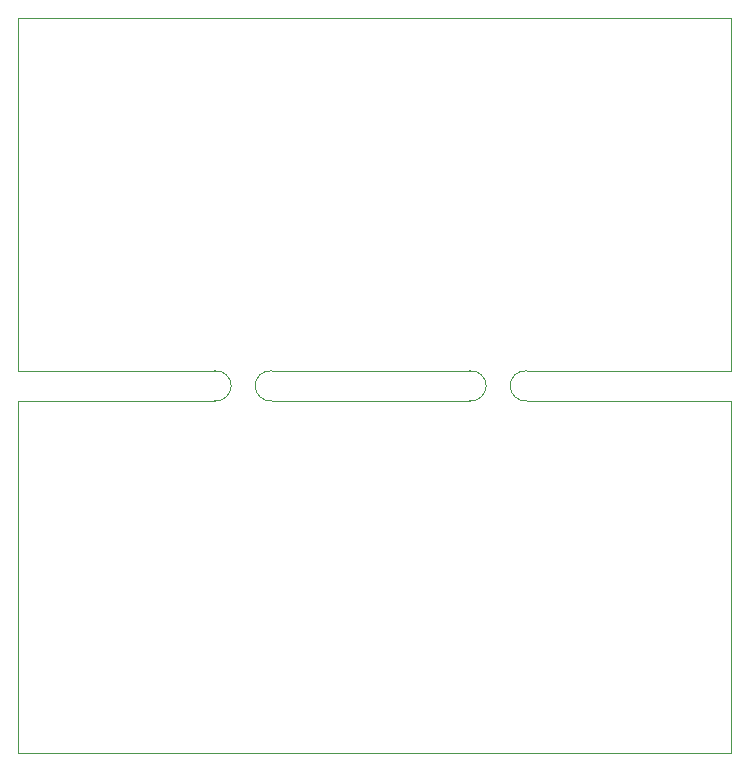
<source format=gm1>
%TF.GenerationSoftware,KiCad,Pcbnew,(6.0.2)*%
%TF.CreationDate,2023-02-28T18:47:33+01:00*%
%TF.ProjectId,st_link_diy_panel,73745f6c-696e-46b5-9f64-69795f70616e,rev?*%
%TF.SameCoordinates,Original*%
%TF.FileFunction,Profile,NP*%
%FSLAX46Y46*%
G04 Gerber Fmt 4.6, Leading zero omitted, Abs format (unit mm)*
G04 Created by KiCad (PCBNEW (6.0.2)) date 2023-02-28 18:47:33*
%MOMM*%
%LPD*%
G01*
G04 APERTURE LIST*
%TA.AperFunction,Profile*%
%ADD10C,0.050000*%
%TD*%
G04 APERTURE END LIST*
D10*
X148463000Y-125730000D02*
G75*
G03*
X148463000Y-128270000I-127000J-1270000D01*
G01*
X143637000Y-128270000D02*
G75*
G03*
X143637000Y-125730000I127000J1270000D01*
G01*
X126873000Y-125730000D02*
G75*
G03*
X126873000Y-128270000I-127000J-1270000D01*
G01*
X122047000Y-128270000D02*
G75*
G03*
X122047000Y-125730000I127000J1270000D01*
G01*
X143637000Y-128270000D02*
X126873000Y-128270000D01*
X126873000Y-125730000D02*
X143637000Y-125730000D01*
X105410000Y-125730000D02*
X105410000Y-95885000D01*
X122047000Y-125730000D02*
X105410000Y-125730000D01*
X105410000Y-128270000D02*
X122047000Y-128270000D01*
X105410000Y-158115000D02*
X105410000Y-128270000D01*
X165735000Y-158115000D02*
X105410000Y-158115000D01*
X165735000Y-128270000D02*
X165735000Y-158115000D01*
X148463000Y-128270000D02*
X165735000Y-128270000D01*
X165735000Y-125730000D02*
X148463000Y-125730000D01*
X165735000Y-95885000D02*
X165735000Y-125730000D01*
X105410000Y-95885000D02*
X165735000Y-95885000D01*
M02*

</source>
